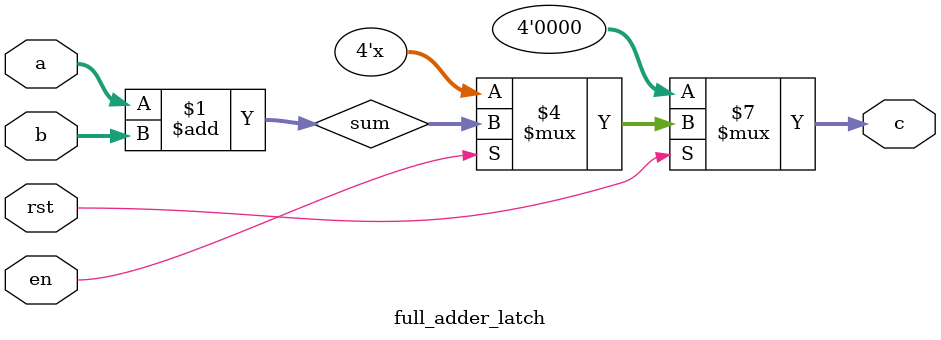
<source format=v>
module full_adder_latch (input      [3:0] a  , 
                         input      [3:0] b  ,
	                 input            en ,
	                 input            rst,
	                 output reg [3:0] c );
wire [3:0] sum = a+b;
always @(rst, en, sum) begin
  if(~rst) begin
    c <= 4'h0;
  end else if (en) begin
    c <= sum ;
  end
end
endmodule

</source>
